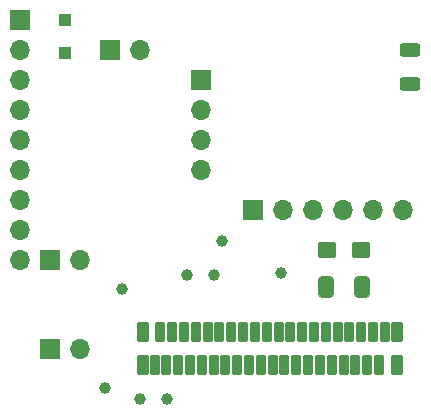
<source format=gbr>
%TF.GenerationSoftware,KiCad,Pcbnew,9.0.0*%
%TF.CreationDate,2025-04-29T11:42:50+01:00*%
%TF.ProjectId,uPicomac,75506963-6f6d-4616-932e-6b696361645f,rev?*%
%TF.SameCoordinates,Original*%
%TF.FileFunction,Soldermask,Top*%
%TF.FilePolarity,Negative*%
%FSLAX46Y46*%
G04 Gerber Fmt 4.6, Leading zero omitted, Abs format (unit mm)*
G04 Created by KiCad (PCBNEW 9.0.0) date 2025-04-29 11:42:50*
%MOMM*%
%LPD*%
G01*
G04 APERTURE LIST*
G04 Aperture macros list*
%AMRoundRect*
0 Rectangle with rounded corners*
0 $1 Rounding radius*
0 $2 $3 $4 $5 $6 $7 $8 $9 X,Y pos of 4 corners*
0 Add a 4 corners polygon primitive as box body*
4,1,4,$2,$3,$4,$5,$6,$7,$8,$9,$2,$3,0*
0 Add four circle primitives for the rounded corners*
1,1,$1+$1,$2,$3*
1,1,$1+$1,$4,$5*
1,1,$1+$1,$6,$7*
1,1,$1+$1,$8,$9*
0 Add four rect primitives between the rounded corners*
20,1,$1+$1,$2,$3,$4,$5,0*
20,1,$1+$1,$4,$5,$6,$7,0*
20,1,$1+$1,$6,$7,$8,$9,0*
20,1,$1+$1,$8,$9,$2,$3,0*%
G04 Aperture macros list end*
%ADD10C,1.000000*%
%ADD11O,1.700000X1.700000*%
%ADD12R,1.700000X1.700000*%
%ADD13RoundRect,0.250000X-0.537500X-0.425000X0.537500X-0.425000X0.537500X0.425000X-0.537500X0.425000X0*%
%ADD14RoundRect,0.250000X-0.300000X0.300000X-0.300000X-0.300000X0.300000X-0.300000X0.300000X0.300000X0*%
%ADD15RoundRect,0.250000X-0.625000X0.312500X-0.625000X-0.312500X0.625000X-0.312500X0.625000X0.312500X0*%
%ADD16RoundRect,0.102000X0.300000X0.750000X-0.300000X0.750000X-0.300000X-0.750000X0.300000X-0.750000X0*%
%ADD17RoundRect,0.102000X0.400000X0.750000X-0.400000X0.750000X-0.400000X-0.750000X0.400000X-0.750000X0*%
%ADD18RoundRect,0.250000X-0.412500X-0.650000X0.412500X-0.650000X0.412500X0.650000X-0.412500X0.650000X0*%
G04 APERTURE END LIST*
D10*
%TO.C,tp7*%
X112900000Y-82920000D03*
%TD*%
%TO.C,tp3*%
X111383273Y-73587346D03*
%TD*%
%TO.C,tp5*%
X115146730Y-82900163D03*
%TD*%
%TO.C,tp8*%
X119822522Y-69500745D03*
%TD*%
%TO.C,tp6*%
X116880370Y-72385168D03*
%TD*%
%TO.C,tp2*%
X124811187Y-72201792D03*
%TD*%
%TO.C,tp1*%
X109913656Y-82012617D03*
%TD*%
%TO.C,tp4*%
X119131865Y-72385168D03*
%TD*%
D11*
%TO.C,J4*%
X107820000Y-71130549D03*
D12*
X105280000Y-71130549D03*
%TD*%
%TO.C,J7*%
X105290735Y-78664243D03*
D11*
X107830735Y-78664243D03*
%TD*%
D12*
%TO.C,J9*%
X110324092Y-53353053D03*
D11*
X112864092Y-53353053D03*
%TD*%
D13*
%TO.C,C1*%
X131580779Y-70325603D03*
X128705779Y-70325603D03*
%TD*%
D12*
%TO.C,J6*%
X118005000Y-55890000D03*
D11*
X118005000Y-58430000D03*
X118005000Y-60970000D03*
X118005000Y-63510000D03*
%TD*%
D12*
%TO.C,J2*%
X122416803Y-66904054D03*
D11*
X124956803Y-66904054D03*
X127496803Y-66904054D03*
X130036803Y-66904054D03*
X132576803Y-66904054D03*
X135116803Y-66904054D03*
%TD*%
D12*
%TO.C,J3*%
X102740000Y-50800000D03*
D11*
X102740000Y-53340000D03*
X102740000Y-55880000D03*
X102740000Y-58420000D03*
X102740000Y-60960000D03*
X102740000Y-63500000D03*
X102740000Y-66040000D03*
X102740000Y-68580000D03*
X102740000Y-71120000D03*
%TD*%
D14*
%TO.C,D1*%
X106550000Y-50807413D03*
X106550000Y-53607413D03*
%TD*%
D15*
%TO.C,R1*%
X135760000Y-53325000D03*
X135760000Y-56250000D03*
%TD*%
D16*
%TO.C,J1*%
X114104258Y-80011131D03*
X114604258Y-77211131D03*
X115104258Y-80011131D03*
X115604258Y-77211131D03*
X116104258Y-80011131D03*
X116604258Y-77211131D03*
X117104258Y-80011131D03*
X117604258Y-77211131D03*
X118104258Y-80011131D03*
X118604258Y-77211131D03*
X119104258Y-80011131D03*
X119604258Y-77211131D03*
X120104258Y-80011131D03*
X120604258Y-77211131D03*
X121104258Y-80011131D03*
X121604258Y-77211131D03*
X122104258Y-80011131D03*
X122604258Y-77211131D03*
X123104258Y-80011131D03*
X123604258Y-77211131D03*
X124104258Y-80011131D03*
X124604258Y-77211131D03*
X125104258Y-80011131D03*
X125604258Y-77211131D03*
X126104258Y-80011131D03*
X126604258Y-77211131D03*
X127104258Y-80011131D03*
X127604258Y-77211131D03*
X128104258Y-80011131D03*
X128604258Y-77211131D03*
X129104258Y-80011131D03*
X129604258Y-77211131D03*
X130104258Y-80011131D03*
X130604258Y-77211131D03*
X131104258Y-80011131D03*
X131604258Y-77211131D03*
X132104258Y-80011131D03*
X132604258Y-77211131D03*
X133104258Y-80011131D03*
X133604258Y-77211131D03*
D17*
X113104258Y-77211131D03*
X113104258Y-80011131D03*
X134604258Y-77211131D03*
X134604258Y-80011131D03*
%TD*%
D18*
%TO.C,C2*%
X128585779Y-73440603D03*
X131710779Y-73440603D03*
%TD*%
M02*

</source>
